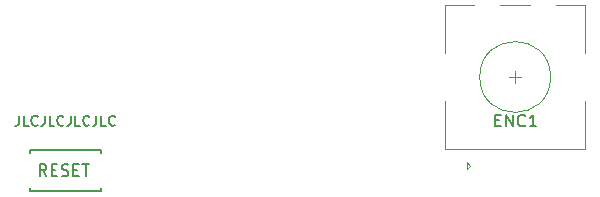
<source format=gto>
%TF.GenerationSoftware,KiCad,Pcbnew,(5.99.0-12610-g07e01e6297)*%
%TF.CreationDate,2021-11-08T11:22:45+00:00*%
%TF.ProjectId,piccolo-mini,70696363-6f6c-46f2-9d6d-696e692e6b69,rev?*%
%TF.SameCoordinates,Original*%
%TF.FileFunction,Legend,Top*%
%TF.FilePolarity,Positive*%
%FSLAX46Y46*%
G04 Gerber Fmt 4.6, Leading zero omitted, Abs format (unit mm)*
G04 Created by KiCad (PCBNEW (5.99.0-12610-g07e01e6297)) date 2021-11-08 11:22:45*
%MOMM*%
%LPD*%
G01*
G04 APERTURE LIST*
%ADD10C,0.150000*%
%ADD11C,0.120000*%
G04 APERTURE END LIST*
D10*
X177894309Y-92047523D02*
X177894309Y-92654666D01*
X177853833Y-92776095D01*
X177772880Y-92857047D01*
X177651452Y-92897523D01*
X177570500Y-92897523D01*
X178703833Y-92897523D02*
X178299071Y-92897523D01*
X178299071Y-92047523D01*
X179472880Y-92816571D02*
X179432404Y-92857047D01*
X179310976Y-92897523D01*
X179230023Y-92897523D01*
X179108595Y-92857047D01*
X179027642Y-92776095D01*
X178987166Y-92695142D01*
X178946690Y-92533238D01*
X178946690Y-92411809D01*
X178987166Y-92249904D01*
X179027642Y-92168952D01*
X179108595Y-92088000D01*
X179230023Y-92047523D01*
X179310976Y-92047523D01*
X179432404Y-92088000D01*
X179472880Y-92128476D01*
X180080023Y-92047523D02*
X180080023Y-92654666D01*
X180039547Y-92776095D01*
X179958595Y-92857047D01*
X179837166Y-92897523D01*
X179756214Y-92897523D01*
X180889547Y-92897523D02*
X180484785Y-92897523D01*
X180484785Y-92047523D01*
X181658595Y-92816571D02*
X181618119Y-92857047D01*
X181496690Y-92897523D01*
X181415738Y-92897523D01*
X181294309Y-92857047D01*
X181213357Y-92776095D01*
X181172880Y-92695142D01*
X181132404Y-92533238D01*
X181132404Y-92411809D01*
X181172880Y-92249904D01*
X181213357Y-92168952D01*
X181294309Y-92088000D01*
X181415738Y-92047523D01*
X181496690Y-92047523D01*
X181618119Y-92088000D01*
X181658595Y-92128476D01*
X182265738Y-92047523D02*
X182265738Y-92654666D01*
X182225261Y-92776095D01*
X182144309Y-92857047D01*
X182022880Y-92897523D01*
X181941928Y-92897523D01*
X183075261Y-92897523D02*
X182670500Y-92897523D01*
X182670500Y-92047523D01*
X183844309Y-92816571D02*
X183803833Y-92857047D01*
X183682404Y-92897523D01*
X183601452Y-92897523D01*
X183480023Y-92857047D01*
X183399071Y-92776095D01*
X183358595Y-92695142D01*
X183318119Y-92533238D01*
X183318119Y-92411809D01*
X183358595Y-92249904D01*
X183399071Y-92168952D01*
X183480023Y-92088000D01*
X183601452Y-92047523D01*
X183682404Y-92047523D01*
X183803833Y-92088000D01*
X183844309Y-92128476D01*
X184451452Y-92047523D02*
X184451452Y-92654666D01*
X184410976Y-92776095D01*
X184330023Y-92857047D01*
X184208595Y-92897523D01*
X184127642Y-92897523D01*
X185260976Y-92897523D02*
X184856214Y-92897523D01*
X184856214Y-92047523D01*
X186030023Y-92816571D02*
X185989547Y-92857047D01*
X185868119Y-92897523D01*
X185787166Y-92897523D01*
X185665738Y-92857047D01*
X185584785Y-92776095D01*
X185544309Y-92695142D01*
X185503833Y-92533238D01*
X185503833Y-92411809D01*
X185544309Y-92249904D01*
X185584785Y-92168952D01*
X185665738Y-92088000D01*
X185787166Y-92047523D01*
X185868119Y-92047523D01*
X185989547Y-92088000D01*
X186030023Y-92128476D01*
%TO.C,ENC1*%
X218223714Y-92426571D02*
X218557047Y-92426571D01*
X218699904Y-92950380D02*
X218223714Y-92950380D01*
X218223714Y-91950380D01*
X218699904Y-91950380D01*
X219128476Y-92950380D02*
X219128476Y-91950380D01*
X219699904Y-92950380D01*
X219699904Y-91950380D01*
X220747523Y-92855142D02*
X220699904Y-92902761D01*
X220557047Y-92950380D01*
X220461809Y-92950380D01*
X220318952Y-92902761D01*
X220223714Y-92807523D01*
X220176095Y-92712285D01*
X220128476Y-92521809D01*
X220128476Y-92378952D01*
X220176095Y-92188476D01*
X220223714Y-92093238D01*
X220318952Y-91998000D01*
X220461809Y-91950380D01*
X220557047Y-91950380D01*
X220699904Y-91998000D01*
X220747523Y-92045619D01*
X221699904Y-92950380D02*
X221128476Y-92950380D01*
X221414190Y-92950380D02*
X221414190Y-91950380D01*
X221318952Y-92093238D01*
X221223714Y-92188476D01*
X221128476Y-92236095D01*
%TO.C,RESET1*%
X180221119Y-97162880D02*
X179887785Y-96686690D01*
X179649690Y-97162880D02*
X179649690Y-96162880D01*
X180030642Y-96162880D01*
X180125880Y-96210500D01*
X180173500Y-96258119D01*
X180221119Y-96353357D01*
X180221119Y-96496214D01*
X180173500Y-96591452D01*
X180125880Y-96639071D01*
X180030642Y-96686690D01*
X179649690Y-96686690D01*
X180649690Y-96639071D02*
X180983023Y-96639071D01*
X181125880Y-97162880D02*
X180649690Y-97162880D01*
X180649690Y-96162880D01*
X181125880Y-96162880D01*
X181506833Y-97115261D02*
X181649690Y-97162880D01*
X181887785Y-97162880D01*
X181983023Y-97115261D01*
X182030642Y-97067642D01*
X182078261Y-96972404D01*
X182078261Y-96877166D01*
X182030642Y-96781928D01*
X181983023Y-96734309D01*
X181887785Y-96686690D01*
X181697309Y-96639071D01*
X181602071Y-96591452D01*
X181554452Y-96543833D01*
X181506833Y-96448595D01*
X181506833Y-96353357D01*
X181554452Y-96258119D01*
X181602071Y-96210500D01*
X181697309Y-96162880D01*
X181935404Y-96162880D01*
X182078261Y-96210500D01*
X182506833Y-96639071D02*
X182840166Y-96639071D01*
X182983023Y-97162880D02*
X182506833Y-97162880D01*
X182506833Y-96162880D01*
X182983023Y-96162880D01*
X183268738Y-96162880D02*
X183840166Y-96162880D01*
X183554452Y-97162880D02*
X183554452Y-96162880D01*
D11*
%TO.C,ENC1*%
X219900500Y-89273000D02*
X219900500Y-88273000D01*
X215800500Y-96573000D02*
X215800500Y-95973000D01*
X219400500Y-88773000D02*
X220400500Y-88773000D01*
X214000500Y-82673000D02*
X216400500Y-82673000D01*
X215800500Y-95973000D02*
X216100500Y-96273000D01*
X214000500Y-90773000D02*
X214000500Y-94873000D01*
X214000500Y-86773000D02*
X214000500Y-82673000D01*
X216100500Y-96273000D02*
X215800500Y-96573000D01*
X225800500Y-82673000D02*
X225800500Y-86773000D01*
X214000500Y-94873000D02*
X225800500Y-94873000D01*
X225800500Y-90773000D02*
X225800500Y-94873000D01*
X218600500Y-82673000D02*
X221200500Y-82673000D01*
X223400500Y-82673000D02*
X225800500Y-82673000D01*
X222900500Y-88773000D02*
G75*
G03*
X222900500Y-88773000I-3000000J0D01*
G01*
D10*
%TO.C,RESET1*%
X184800500Y-94960500D02*
X178800500Y-94960500D01*
X178800500Y-98210500D02*
X178800500Y-98460500D01*
X184800500Y-95210500D02*
X184800500Y-94960500D01*
X184800500Y-98460500D02*
X184800500Y-98210500D01*
X178800500Y-98460500D02*
X184800500Y-98460500D01*
X178800500Y-94960500D02*
X178800500Y-95210500D01*
%TD*%
M02*

</source>
